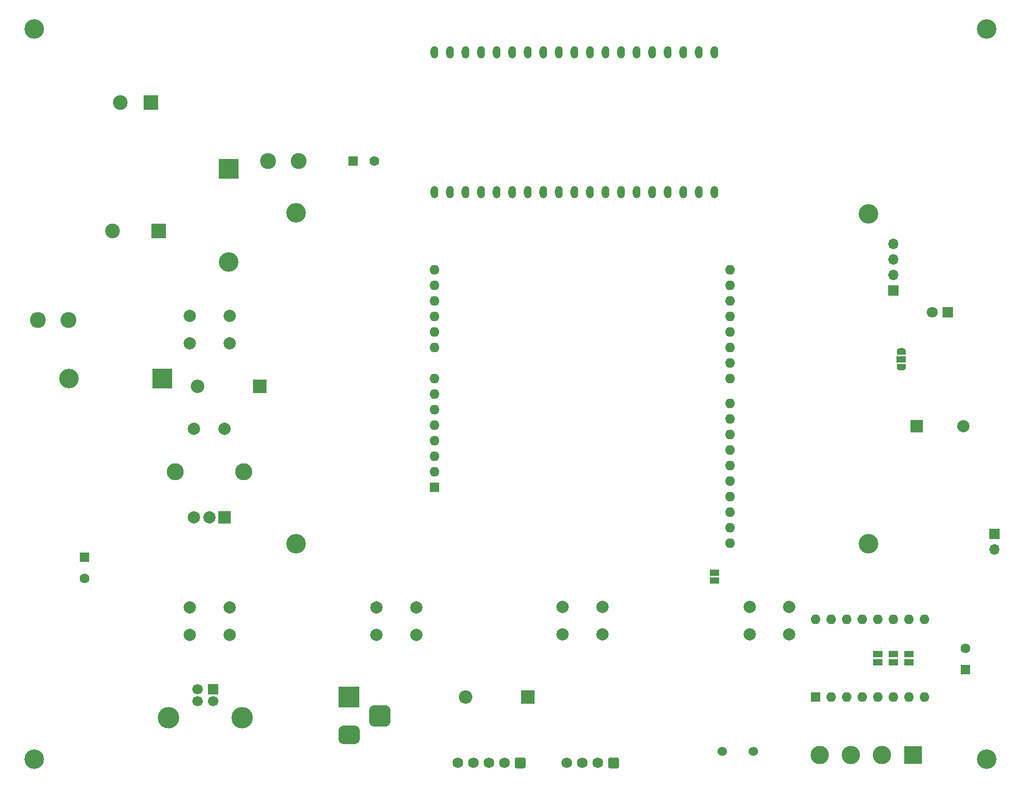
<source format=gbr>
%TF.GenerationSoftware,KiCad,Pcbnew,5.1.6-c6e7f7d~86~ubuntu18.04.1*%
%TF.CreationDate,2020-06-01T12:36:53+02:00*%
%TF.ProjectId,UPC-EURS,5550432d-4555-4525-932e-6b696361645f,rev?*%
%TF.SameCoordinates,Original*%
%TF.FileFunction,Soldermask,Bot*%
%TF.FilePolarity,Negative*%
%FSLAX46Y46*%
G04 Gerber Fmt 4.6, Leading zero omitted, Abs format (unit mm)*
G04 Created by KiCad (PCBNEW 5.1.6-c6e7f7d~86~ubuntu18.04.1) date 2020-06-01 12:36:53*
%MOMM*%
%LPD*%
G01*
G04 APERTURE LIST*
%ADD10C,0.100000*%
%ADD11R,1.500000X1.000000*%
%ADD12O,1.600000X1.600000*%
%ADD13R,1.600000X1.600000*%
%ADD14R,2.000000X2.000000*%
%ADD15C,2.000000*%
%ADD16C,1.600000*%
%ADD17R,2.400000X2.400000*%
%ADD18C,2.400000*%
%ADD19R,2.200000X2.200000*%
%ADD20O,2.200000X2.200000*%
%ADD21R,3.200000X3.200000*%
%ADD22O,3.200000X3.200000*%
%ADD23R,1.800000X1.800000*%
%ADD24C,1.800000*%
%ADD25C,1.524000*%
%ADD26R,1.700000X1.700000*%
%ADD27C,1.700000*%
%ADD28C,3.500000*%
%ADD29C,1.740000*%
%ADD30C,3.000000*%
%ADD31R,3.000000X3.000000*%
%ADD32C,2.600000*%
%ADD33C,2.800000*%
%ADD34O,1.270000X2.000000*%
%ADD35R,3.500000X3.500000*%
%ADD36O,1.700000X1.700000*%
%ADD37C,3.200000*%
G04 APERTURE END LIST*
D10*
%TO.C,JP5*%
G36*
X201180000Y-83735000D02*
G01*
X201180000Y-83185000D01*
X201180602Y-83185000D01*
X201180602Y-83160466D01*
X201185412Y-83111635D01*
X201194984Y-83063510D01*
X201209228Y-83016555D01*
X201228005Y-82971222D01*
X201251136Y-82927949D01*
X201278396Y-82887150D01*
X201309524Y-82849221D01*
X201344221Y-82814524D01*
X201382150Y-82783396D01*
X201422949Y-82756136D01*
X201466222Y-82733005D01*
X201511555Y-82714228D01*
X201558510Y-82699984D01*
X201606635Y-82690412D01*
X201655466Y-82685602D01*
X201680000Y-82685602D01*
X201680000Y-82685000D01*
X202180000Y-82685000D01*
X202180000Y-82685602D01*
X202204534Y-82685602D01*
X202253365Y-82690412D01*
X202301490Y-82699984D01*
X202348445Y-82714228D01*
X202393778Y-82733005D01*
X202437051Y-82756136D01*
X202477850Y-82783396D01*
X202515779Y-82814524D01*
X202550476Y-82849221D01*
X202581604Y-82887150D01*
X202608864Y-82927949D01*
X202631995Y-82971222D01*
X202650772Y-83016555D01*
X202665016Y-83063510D01*
X202674588Y-83111635D01*
X202679398Y-83160466D01*
X202679398Y-83185000D01*
X202680000Y-83185000D01*
X202680000Y-83735000D01*
X201180000Y-83735000D01*
G37*
D11*
X201930000Y-84485000D03*
D10*
G36*
X202679398Y-85785000D02*
G01*
X202679398Y-85809534D01*
X202674588Y-85858365D01*
X202665016Y-85906490D01*
X202650772Y-85953445D01*
X202631995Y-85998778D01*
X202608864Y-86042051D01*
X202581604Y-86082850D01*
X202550476Y-86120779D01*
X202515779Y-86155476D01*
X202477850Y-86186604D01*
X202437051Y-86213864D01*
X202393778Y-86236995D01*
X202348445Y-86255772D01*
X202301490Y-86270016D01*
X202253365Y-86279588D01*
X202204534Y-86284398D01*
X202180000Y-86284398D01*
X202180000Y-86285000D01*
X201680000Y-86285000D01*
X201680000Y-86284398D01*
X201655466Y-86284398D01*
X201606635Y-86279588D01*
X201558510Y-86270016D01*
X201511555Y-86255772D01*
X201466222Y-86236995D01*
X201422949Y-86213864D01*
X201382150Y-86186604D01*
X201344221Y-86155476D01*
X201309524Y-86120779D01*
X201278396Y-86082850D01*
X201251136Y-86042051D01*
X201228005Y-85998778D01*
X201209228Y-85953445D01*
X201194984Y-85906490D01*
X201185412Y-85858365D01*
X201180602Y-85809534D01*
X201180602Y-85785000D01*
X201180000Y-85785000D01*
X201180000Y-85235000D01*
X202680000Y-85235000D01*
X202680000Y-85785000D01*
X202679398Y-85785000D01*
G37*
%TD*%
D12*
%TO.C,A1*%
X173990000Y-114550000D03*
X173990000Y-112010000D03*
D13*
X125730000Y-105410000D03*
D12*
X173990000Y-74930000D03*
X125730000Y-102870000D03*
X173990000Y-77470000D03*
X125730000Y-100330000D03*
X173990000Y-80010000D03*
X125730000Y-97790000D03*
X173990000Y-82550000D03*
X125730000Y-95250000D03*
X173990000Y-85090000D03*
X125730000Y-92710000D03*
X173990000Y-87630000D03*
X125730000Y-90170000D03*
X173990000Y-91690000D03*
X125730000Y-87630000D03*
X173990000Y-94230000D03*
X125730000Y-82550000D03*
X173990000Y-96770000D03*
X125730000Y-80010000D03*
X173990000Y-99310000D03*
X125730000Y-77470000D03*
X173990000Y-101850000D03*
X125730000Y-74930000D03*
X173990000Y-104390000D03*
X125730000Y-72390000D03*
X173990000Y-106930000D03*
X125730000Y-69850000D03*
X173990000Y-109470000D03*
X173990000Y-69850000D03*
X173990000Y-72390000D03*
%TD*%
D13*
%TO.C,A2*%
X187960000Y-139700000D03*
D12*
X205740000Y-127000000D03*
X190500000Y-139700000D03*
X203200000Y-127000000D03*
X193040000Y-139700000D03*
X200660000Y-127000000D03*
X195580000Y-139700000D03*
X198120000Y-127000000D03*
X198120000Y-139700000D03*
X195580000Y-127000000D03*
X200660000Y-139700000D03*
X193040000Y-127000000D03*
X203200000Y-139700000D03*
X190500000Y-127000000D03*
X205740000Y-139700000D03*
X187960000Y-127000000D03*
%TD*%
D14*
%TO.C,BZ1*%
X204470000Y-95455001D03*
D15*
X212070000Y-95455001D03*
%TD*%
D13*
%TO.C,C1*%
X68580000Y-116840000D03*
D16*
X68580000Y-120340000D03*
%TD*%
D17*
%TO.C,C2*%
X80645000Y-63500000D03*
D18*
X73145000Y-63500000D03*
%TD*%
D16*
%TO.C,C5*%
X212359699Y-131755000D03*
D13*
X212359699Y-135255000D03*
%TD*%
D19*
%TO.C,D1*%
X97155000Y-88900000D03*
D20*
X86995000Y-88900000D03*
%TD*%
%TO.C,D2*%
X130810000Y-139700000D03*
D19*
X140970000Y-139700000D03*
%TD*%
D21*
%TO.C,D3*%
X81280000Y-87630000D03*
D22*
X66040000Y-87630000D03*
%TD*%
D23*
%TO.C,D4*%
X209550000Y-76835000D03*
D24*
X207010000Y-76835000D03*
%TD*%
D25*
%TO.C,F1*%
X177800000Y-148590000D03*
X172720000Y-148590000D03*
%TD*%
D26*
%TO.C,J2*%
X89535000Y-138430000D03*
D27*
X87035000Y-138430000D03*
X87035000Y-140430000D03*
X89535000Y-140430000D03*
D28*
X94305000Y-143140000D03*
X82265000Y-143140000D03*
%TD*%
%TO.C,J3*%
G36*
G01*
X140570000Y-149874999D02*
X140570000Y-151115001D01*
G75*
G02*
X140320001Y-151365000I-249999J0D01*
G01*
X139079999Y-151365000D01*
G75*
G02*
X138830000Y-151115001I0J249999D01*
G01*
X138830000Y-149874999D01*
G75*
G02*
X139079999Y-149625000I249999J0D01*
G01*
X140320001Y-149625000D01*
G75*
G02*
X140570000Y-149874999I0J-249999D01*
G01*
G37*
D29*
X137160000Y-150495000D03*
X134620000Y-150495000D03*
X132080000Y-150495000D03*
X129540000Y-150495000D03*
%TD*%
D30*
%TO.C,J4*%
X198755000Y-149225000D03*
X193675000Y-149225000D03*
D31*
X203835000Y-149225000D03*
D30*
X188595000Y-149225000D03*
%TD*%
%TO.C,J5*%
G36*
G01*
X155810000Y-149874999D02*
X155810000Y-151115001D01*
G75*
G02*
X155560001Y-151365000I-249999J0D01*
G01*
X154319999Y-151365000D01*
G75*
G02*
X154070000Y-151115001I0J249999D01*
G01*
X154070000Y-149874999D01*
G75*
G02*
X154319999Y-149625000I249999J0D01*
G01*
X155560001Y-149625000D01*
G75*
G02*
X155810000Y-149874999I0J-249999D01*
G01*
G37*
D29*
X152400000Y-150495000D03*
X149860000Y-150495000D03*
X147320000Y-150495000D03*
%TD*%
D11*
%TO.C,JP1*%
X171450000Y-119380000D03*
X171450000Y-120680000D03*
%TD*%
%TO.C,JP2*%
X203200000Y-132700000D03*
X203200000Y-134000000D03*
%TD*%
%TO.C,JP3*%
X200660000Y-132715000D03*
X200660000Y-134015000D03*
%TD*%
%TO.C,JP4*%
X198120000Y-134000000D03*
X198120000Y-132700000D03*
%TD*%
D32*
%TO.C,L1*%
X60960000Y-78105000D03*
X65960000Y-78105000D03*
%TD*%
D15*
%TO.C,SW1*%
X177142000Y-124968000D03*
X177142000Y-129468000D03*
X183642000Y-124968000D03*
X183642000Y-129468000D03*
%TD*%
%TO.C,SW2*%
X153121500Y-129476500D03*
X153121500Y-124976500D03*
X146621500Y-129476500D03*
X146621500Y-124976500D03*
%TD*%
%TO.C,SW3*%
X116245500Y-125031500D03*
X116245500Y-129531500D03*
X122745500Y-125031500D03*
X122745500Y-129531500D03*
%TD*%
%TO.C,SW4*%
X86440000Y-95863000D03*
X91440000Y-95863000D03*
D33*
X83340000Y-102863000D03*
X94540000Y-102863000D03*
D15*
X86440000Y-110363000D03*
X88940000Y-110363000D03*
D14*
X91440000Y-110363000D03*
%TD*%
D15*
%TO.C,SW5*%
X92225000Y-81906500D03*
X92225000Y-77406500D03*
X85725000Y-81906500D03*
X85725000Y-77406500D03*
%TD*%
%TO.C,SW6*%
X92265500Y-129531500D03*
X92265500Y-125031500D03*
X85765500Y-129531500D03*
X85765500Y-125031500D03*
%TD*%
D34*
%TO.C,U3*%
X171450000Y-57150000D03*
X171450000Y-34290000D03*
X168910000Y-57150000D03*
X168910000Y-34290000D03*
X166370000Y-57150000D03*
X166370000Y-34290000D03*
X163830000Y-57150000D03*
X163830000Y-34290000D03*
X161290000Y-57150000D03*
X161290000Y-34290000D03*
X158750000Y-57150000D03*
X158750000Y-34290000D03*
X156210000Y-57150000D03*
X156210000Y-34290000D03*
X153670000Y-57150000D03*
X153670000Y-34290000D03*
X151130000Y-57150000D03*
X151130000Y-34290000D03*
X148590000Y-57150000D03*
X148590000Y-34290000D03*
X146050000Y-57150000D03*
X146050000Y-34290000D03*
X143510000Y-57150000D03*
X143510000Y-34290000D03*
X140970000Y-57150000D03*
X140970000Y-34290000D03*
X138430000Y-57150000D03*
X138430000Y-34290000D03*
X135890000Y-57150000D03*
X135890000Y-34290000D03*
X133350000Y-57150000D03*
X133350000Y-34290000D03*
X130810000Y-57150000D03*
X130810000Y-34290000D03*
X128270000Y-57150000D03*
X128270000Y-34290000D03*
X125730000Y-57150000D03*
X125730000Y-34290000D03*
%TD*%
D35*
%TO.C,J1*%
X111760000Y-139700000D03*
G36*
G01*
X112760000Y-147400000D02*
X110760000Y-147400000D01*
G75*
G02*
X110010000Y-146650000I0J750000D01*
G01*
X110010000Y-145150000D01*
G75*
G02*
X110760000Y-144400000I750000J0D01*
G01*
X112760000Y-144400000D01*
G75*
G02*
X113510000Y-145150000I0J-750000D01*
G01*
X113510000Y-146650000D01*
G75*
G02*
X112760000Y-147400000I-750000J0D01*
G01*
G37*
G36*
G01*
X117635000Y-144550000D02*
X115885000Y-144550000D01*
G75*
G02*
X115010000Y-143675000I0J875000D01*
G01*
X115010000Y-141925000D01*
G75*
G02*
X115885000Y-141050000I875000J0D01*
G01*
X117635000Y-141050000D01*
G75*
G02*
X118510000Y-141925000I0J-875000D01*
G01*
X118510000Y-143675000D01*
G75*
G02*
X117635000Y-144550000I-875000J0D01*
G01*
G37*
%TD*%
D26*
%TO.C,J6*%
X217170000Y-113030000D03*
D36*
X217170000Y-115570000D03*
%TD*%
D37*
%TO.C,H1*%
X60325000Y-149860000D03*
%TD*%
%TO.C,H2*%
X60325000Y-30480000D03*
%TD*%
%TO.C,H3*%
X215900000Y-30480000D03*
%TD*%
%TO.C,H4*%
X215900000Y-149860000D03*
%TD*%
%TO.C,H5*%
X103124000Y-114681000D03*
%TD*%
%TO.C,H6*%
X196596000Y-114681000D03*
%TD*%
%TO.C,H7*%
X103124000Y-60579000D03*
%TD*%
%TO.C,H8*%
X196596000Y-60706000D03*
%TD*%
D26*
%TO.C,DS1*%
X200660000Y-73250000D03*
D36*
X200660000Y-70710000D03*
X200660000Y-68170000D03*
X200660000Y-65630000D03*
%TD*%
D17*
%TO.C,C10*%
X79375000Y-42545000D03*
D18*
X74375000Y-42545000D03*
%TD*%
D13*
%TO.C,C11*%
X112395000Y-52070000D03*
D16*
X115895000Y-52070000D03*
%TD*%
D21*
%TO.C,D5*%
X92075000Y-53340000D03*
D22*
X92075000Y-68580000D03*
%TD*%
D32*
%TO.C,L2*%
X98505000Y-52070000D03*
X103505000Y-52070000D03*
%TD*%
M02*

</source>
